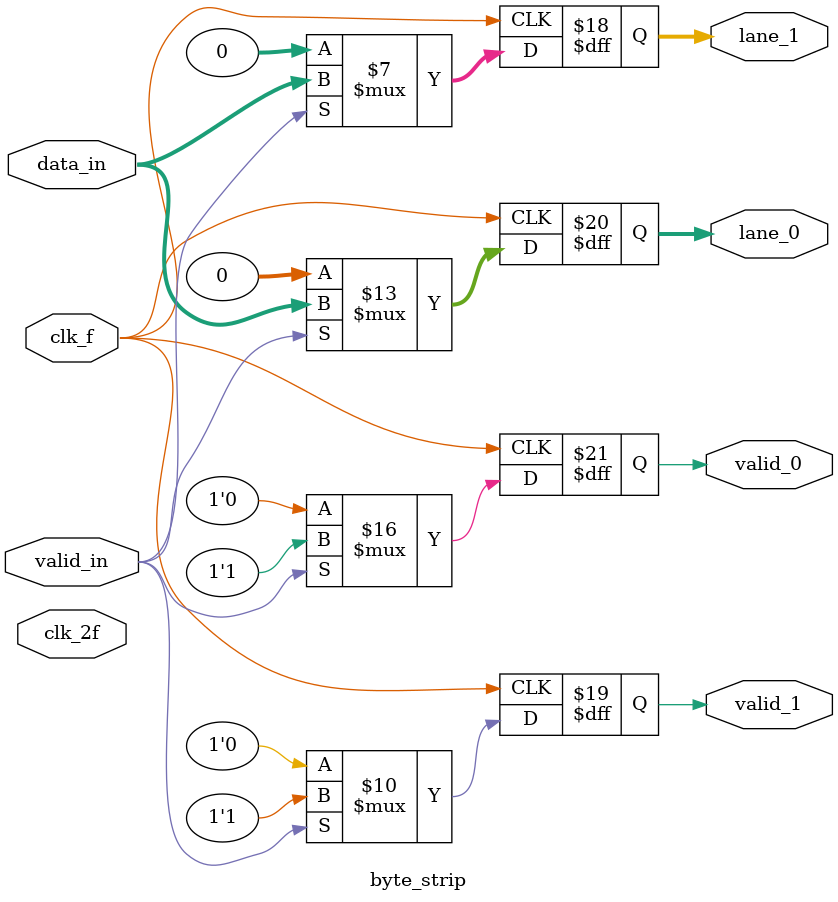
<source format=v>
module byte_strip(
    input clk_f,
    input clk_2f,
    input [31:0] data_in,
    input valid_in,
    output reg [31:0] lane_0,
    output reg [31:0] lane_1,
    output reg valid_0,
    output reg valid_1
);
initial begin
    lane_0<=32'h00000000;
    lane_1<=32'h00000000;
    valid_0 <= 1'b0;
    valid_1 <= 1'b0;

end
    always @(posedge clk_f ) 
        begin
            if (valid_in ==0) 
                begin
                    valid_0 <= 1'b0;
                    lane_0 <= 32'h00000000;
                    
                end 
            else 
                begin
                    valid_0 <= 1'b1;
                    lane_0 = data_in;

                    
                end
            
        end
    always @(negedge clk_f ) 
        begin
            if (valid_in ==0) 
                begin
                    valid_1 <= 1'b0;
                    lane_1 <= 32'h00000000;
                    
                end 
            else 
                begin
                    valid_1 <= 1'b1;
                    lane_1 = data_in;

                    
                end
            
        end
    


endmodule
</source>
